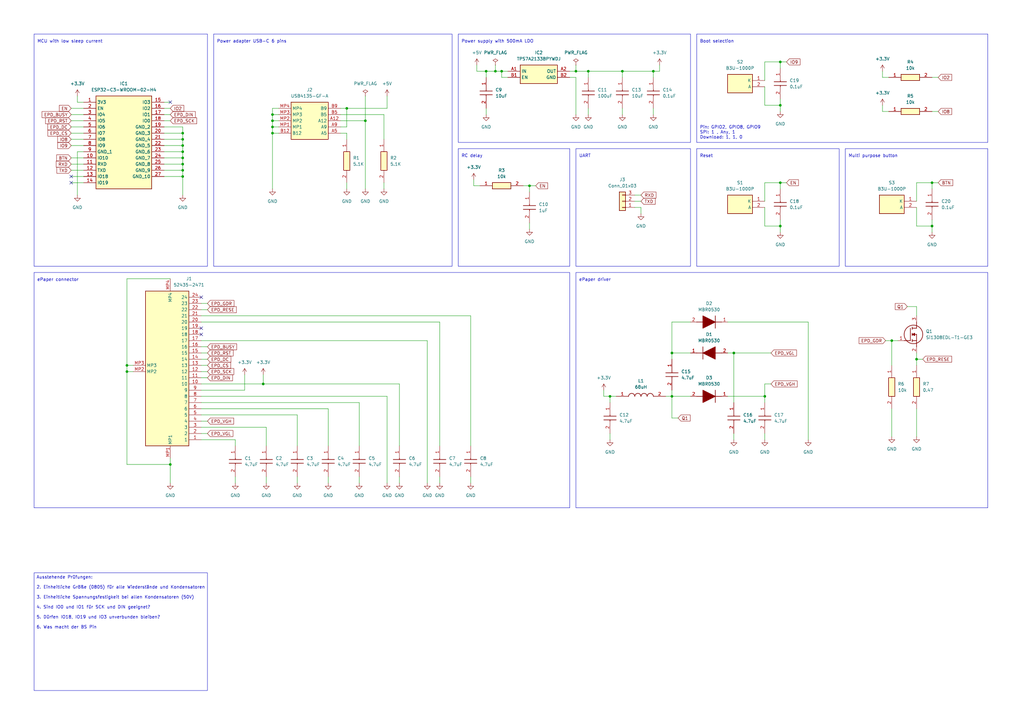
<source format=kicad_sch>
(kicad_sch (version 20230121) (generator eeschema)
  (paper "A3")
  (title_block (title "Gulu_ESP32-C3_ePaper") (date "2024-01-27") (rev "1.0.0") (company "Github.com/Plaenkler"))
  (junction (at 250.19 162.56))
  (junction (at 111.76 52.07))
  (junction (at 203.2 29.21))
  (junction (at 149.86 49.53))
  (junction (at 255.27 29.21))
  (junction (at 74.93 69.85))
  (junction (at 241.3 29.21))
  (junction (at 74.93 72.39))
  (junction (at 365.76 139.7))
  (junction (at 52.07 149.86))
  (junction (at 199.39 29.21))
  (junction (at 320.04 43.18))
  (junction (at 275.59 162.56))
  (junction (at 205.74 29.21))
  (junction (at 267.97 29.21))
  (junction (at 313.69 162.56))
  (junction (at 300.99 144.78))
  (junction (at 320.04 74.93))
  (junction (at 74.93 59.69))
  (junction (at 74.93 67.31))
  (junction (at 382.27 92.71))
  (junction (at 74.93 62.23))
  (junction (at 69.85 190.5))
  (junction (at 217.17 76.2))
  (junction (at 382.27 74.93))
  (junction (at 107.95 157.48))
  (junction (at 74.93 57.15))
  (junction (at 111.76 49.53))
  (junction (at 52.07 152.4))
  (junction (at 375.92 147.32))
  (junction (at 111.76 46.99))
  (junction (at 320.04 25.4))
  (junction (at 74.93 64.77))
  (junction (at 275.59 144.78))
  (junction (at 74.93 54.61))
  (junction (at 236.22 29.21))
  (junction (at 111.76 54.61))
  (junction (at 142.24 44.45))
  (junction (at 320.04 92.71))
  (no_connect (at 82.55 134.62))
  (no_connect (at 29.21 74.93))
  (no_connect (at 82.55 137.16))
  (no_connect (at 29.21 72.39))
  (no_connect (at 69.85 41.91))
  (no_connect (at 82.55 121.92))
  (wire (pts (xy 313.69 43.18) (xy 320.04 43.18)))
  (wire (pts (xy 85.09 144.78) (xy 82.55 144.78)))
  (wire (pts (xy 29.21 49.53) (xy 34.29 49.53)))
  (wire (pts (xy 275.59 162.56) (xy 283.21 162.56)))
  (wire (pts (xy 74.93 62.23) (xy 74.93 64.77)))
  (wire (pts (xy 67.31 67.31) (xy 74.93 67.31)))
  (wire (pts (xy 313.69 157.48) (xy 313.69 162.56)))
  (wire (pts (xy 375.92 147.32) (xy 378.46 147.32)))
  (wire (pts (xy 139.7 46.99) (xy 157.48 46.99)))
  (wire (pts (xy 313.69 33.02) (xy 313.69 25.4)))
  (wire (pts (xy 361.95 29.21) (xy 361.95 31.75)))
  (wire (pts (xy 82.55 129.54) (xy 193.04 129.54)))
  (wire (pts (xy 320.04 74.93) (xy 322.58 74.93)))
  (wire (pts (xy 139.7 54.61) (xy 142.24 54.61)))
  (wire (pts (xy 29.21 72.39) (xy 34.29 72.39)))
  (wire (pts (xy 320.04 25.4) (xy 320.04 27.94)))
  (wire (pts (xy 34.29 41.91) (xy 31.75 41.91)))
  (wire (pts (xy 320.04 25.4) (xy 322.58 25.4)))
  (wire (pts (xy 149.86 49.53) (xy 149.86 77.47)))
  (wire (pts (xy 313.69 92.71) (xy 320.04 92.71)))
  (wire (pts (xy 217.17 76.2) (xy 217.17 78.74)))
  (wire (pts (xy 74.93 59.69) (xy 74.93 62.23)))
  (wire (pts (xy 275.59 171.45) (xy 278.13 171.45)))
  (wire (pts (xy 313.69 82.55) (xy 313.69 74.93)))
  (wire (pts (xy 180.34 195.58) (xy 180.34 198.12)))
  (wire (pts (xy 139.7 49.53) (xy 149.86 49.53)))
  (wire (pts (xy 300.99 144.78) (xy 316.23 144.78)))
  (wire (pts (xy 363.22 139.7) (xy 365.76 139.7)))
  (wire (pts (xy 67.31 44.45) (xy 69.85 44.45)))
  (wire (pts (xy 313.69 180.34) (xy 313.69 177.8)))
  (wire (pts (xy 255.27 29.21) (xy 255.27 31.75)))
  (wire (pts (xy 52.07 149.86) (xy 52.07 152.4)))
  (wire (pts (xy 67.31 54.61) (xy 74.93 54.61)))
  (wire (pts (xy 149.86 39.37) (xy 149.86 49.53)))
  (wire (pts (xy 85.09 152.4) (xy 82.55 152.4)))
  (wire (pts (xy 69.85 190.5) (xy 69.85 187.96)))
  (wire (pts (xy 82.55 165.1) (xy 147.32 165.1)))
  (wire (pts (xy 313.69 35.56) (xy 313.69 43.18)))
  (wire (pts (xy 298.45 162.56) (xy 313.69 162.56)))
  (wire (pts (xy 273.05 162.56) (xy 275.59 162.56)))
  (wire (pts (xy 199.39 29.21) (xy 199.39 31.75)))
  (wire (pts (xy 260.35 85.09) (xy 262.89 85.09)))
  (wire (pts (xy 111.76 49.53) (xy 111.76 52.07)))
  (wire (pts (xy 52.07 152.4) (xy 54.61 152.4)))
  (wire (pts (xy 247.65 160.02) (xy 247.65 162.56)))
  (wire (pts (xy 260.35 82.55) (xy 262.89 82.55)))
  (wire (pts (xy 320.04 74.93) (xy 320.04 77.47)))
  (wire (pts (xy 375.92 129.54) (xy 375.92 125.73)))
  (wire (pts (xy 111.76 44.45) (xy 111.76 46.99)))
  (wire (pts (xy 361.95 45.72) (xy 364.49 45.72)))
  (wire (pts (xy 313.69 25.4) (xy 320.04 25.4)))
  (wire (pts (xy 199.39 29.21) (xy 195.58 29.21)))
  (wire (pts (xy 111.76 49.53) (xy 114.3 49.53)))
  (wire (pts (xy 85.09 172.72) (xy 82.55 172.72)))
  (wire (pts (xy 270.51 29.21) (xy 270.51 26.67)))
  (wire (pts (xy 52.07 114.3) (xy 52.07 149.86)))
  (wire (pts (xy 320.04 92.71) (xy 320.04 90.17)))
  (wire (pts (xy 313.69 85.09) (xy 313.69 92.71)))
  (wire (pts (xy 205.74 31.75) (xy 205.74 29.21)))
  (wire (pts (xy 67.31 52.07) (xy 74.93 52.07)))
  (wire (pts (xy 31.75 62.23) (xy 31.75 80.01)))
  (wire (pts (xy 236.22 29.21) (xy 241.3 29.21)))
  (wire (pts (xy 382.27 92.71) (xy 382.27 90.17)))
  (wire (pts (xy 142.24 44.45) (xy 142.24 52.07)))
  (wire (pts (xy 300.99 177.8) (xy 300.99 180.34)))
  (wire (pts (xy 320.04 43.18) (xy 320.04 40.64)))
  (wire (pts (xy 69.85 114.3) (xy 52.07 114.3)))
  (wire (pts (xy 29.21 74.93) (xy 34.29 74.93)))
  (wire (pts (xy 236.22 31.75) (xy 233.68 31.75)))
  (wire (pts (xy 52.07 152.4) (xy 52.07 190.5)))
  (wire (pts (xy 82.55 167.64) (xy 134.62 167.64)))
  (wire (pts (xy 194.31 76.2) (xy 196.85 76.2)))
  (wire (pts (xy 365.76 139.7) (xy 365.76 149.86)))
  (wire (pts (xy 241.3 44.45) (xy 241.3 46.99)))
  (wire (pts (xy 267.97 44.45) (xy 267.97 46.99)))
  (wire (pts (xy 241.3 29.21) (xy 241.3 31.75)))
  (wire (pts (xy 107.95 157.48) (xy 163.83 157.48)))
  (wire (pts (xy 375.92 92.71) (xy 382.27 92.71)))
  (wire (pts (xy 109.22 195.58) (xy 109.22 198.12)))
  (wire (pts (xy 283.21 144.78) (xy 275.59 144.78)))
  (wire (pts (xy 217.17 76.2) (xy 219.71 76.2)))
  (wire (pts (xy 275.59 160.02) (xy 275.59 162.56)))
  (wire (pts (xy 111.76 52.07) (xy 111.76 54.61)))
  (wire (pts (xy 74.93 64.77) (xy 74.93 67.31)))
  (wire (pts (xy 175.26 139.7) (xy 175.26 198.12)))
  (wire (pts (xy 203.2 26.67) (xy 203.2 29.21)))
  (wire (pts (xy 157.48 74.93) (xy 157.48 77.47)))
  (wire (pts (xy 275.59 162.56) (xy 275.59 171.45)))
  (wire (pts (xy 199.39 44.45) (xy 199.39 46.99)))
  (wire (pts (xy 241.3 29.21) (xy 255.27 29.21)))
  (wire (pts (xy 29.21 57.15) (xy 34.29 57.15)))
  (wire (pts (xy 375.92 147.32) (xy 375.92 149.86)))
  (wire (pts (xy 52.07 149.86) (xy 54.61 149.86)))
  (wire (pts (xy 134.62 195.58) (xy 134.62 198.12)))
  (wire (pts (xy 320.04 92.71) (xy 320.04 95.25)))
  (wire (pts (xy 382.27 45.72) (xy 384.81 45.72)))
  (wire (pts (xy 236.22 31.75) (xy 236.22 46.99)))
  (wire (pts (xy 67.31 46.99) (xy 69.85 46.99)))
  (wire (pts (xy 382.27 74.93) (xy 384.81 74.93)))
  (wire (pts (xy 157.48 46.99) (xy 157.48 57.15)))
  (wire (pts (xy 283.21 132.08) (xy 275.59 132.08)))
  (wire (pts (xy 147.32 195.58) (xy 147.32 198.12)))
  (wire (pts (xy 158.75 162.56) (xy 158.75 198.12)))
  (wire (pts (xy 29.21 54.61) (xy 34.29 54.61)))
  (wire (pts (xy 252.73 162.56) (xy 250.19 162.56)))
  (wire (pts (xy 147.32 165.1) (xy 147.32 182.88)))
  (wire (pts (xy 121.92 195.58) (xy 121.92 198.12)))
  (wire (pts (xy 82.55 139.7) (xy 175.26 139.7)))
  (wire (pts (xy 85.09 124.46) (xy 82.55 124.46)))
  (wire (pts (xy 313.69 165.1) (xy 313.69 162.56)))
  (wire (pts (xy 247.65 162.56) (xy 250.19 162.56)))
  (wire (pts (xy 208.28 31.75) (xy 205.74 31.75)))
  (wire (pts (xy 365.76 139.7) (xy 368.3 139.7)))
  (wire (pts (xy 67.31 57.15) (xy 74.93 57.15)))
  (wire (pts (xy 67.31 41.91) (xy 69.85 41.91)))
  (wire (pts (xy 29.21 64.77) (xy 34.29 64.77)))
  (wire (pts (xy 67.31 64.77) (xy 74.93 64.77)))
  (wire (pts (xy 180.34 132.08) (xy 180.34 182.88)))
  (wire (pts (xy 382.27 92.71) (xy 382.27 95.25)))
  (wire (pts (xy 320.04 43.18) (xy 320.04 45.72)))
  (wire (pts (xy 361.95 43.18) (xy 361.95 45.72)))
  (wire (pts (xy 29.21 52.07) (xy 34.29 52.07)))
  (wire (pts (xy 82.55 180.34) (xy 96.52 180.34)))
  (wire (pts (xy 375.92 74.93) (xy 382.27 74.93)))
  (wire (pts (xy 233.68 29.21) (xy 236.22 29.21)))
  (wire (pts (xy 214.63 76.2) (xy 217.17 76.2)))
  (wire (pts (xy 109.22 175.26) (xy 109.22 182.88)))
  (wire (pts (xy 382.27 74.93) (xy 382.27 77.47)))
  (wire (pts (xy 85.09 177.8) (xy 82.55 177.8)))
  (wire (pts (xy 262.89 85.09) (xy 262.89 87.63)))
  (wire (pts (xy 82.55 170.18) (xy 121.92 170.18)))
  (wire (pts (xy 142.24 44.45) (xy 158.75 44.45)))
  (wire (pts (xy 260.35 80.01) (xy 262.89 80.01)))
  (wire (pts (xy 313.69 74.93) (xy 320.04 74.93)))
  (wire (pts (xy 74.93 72.39) (xy 74.93 80.01)))
  (wire (pts (xy 82.55 157.48) (xy 107.95 157.48)))
  (wire (pts (xy 236.22 26.67) (xy 236.22 29.21)))
  (wire (pts (xy 67.31 72.39) (xy 74.93 72.39)))
  (wire (pts (xy 255.27 29.21) (xy 267.97 29.21)))
  (wire (pts (xy 193.04 129.54) (xy 193.04 182.88)))
  (wire (pts (xy 82.55 162.56) (xy 158.75 162.56)))
  (wire (pts (xy 275.59 144.78) (xy 275.59 147.32)))
  (wire (pts (xy 85.09 147.32) (xy 82.55 147.32)))
  (wire (pts (xy 142.24 54.61) (xy 142.24 57.15)))
  (wire (pts (xy 85.09 142.24) (xy 82.55 142.24)))
  (wire (pts (xy 375.92 144.78) (xy 375.92 147.32)))
  (wire (pts (xy 300.99 165.1) (xy 300.99 144.78)))
  (wire (pts (xy 193.04 195.58) (xy 193.04 198.12)))
  (wire (pts (xy 29.21 69.85) (xy 34.29 69.85)))
  (wire (pts (xy 67.31 62.23) (xy 74.93 62.23)))
  (wire (pts (xy 375.92 82.55) (xy 375.92 74.93)))
  (wire (pts (xy 267.97 29.21) (xy 267.97 31.75)))
  (wire (pts (xy 67.31 69.85) (xy 74.93 69.85)))
  (wire (pts (xy 74.93 57.15) (xy 74.93 59.69)))
  (wire (pts (xy 163.83 195.58) (xy 163.83 198.12)))
  (wire (pts (xy 382.27 31.75) (xy 384.81 31.75)))
  (wire (pts (xy 375.92 85.09) (xy 375.92 92.71)))
  (wire (pts (xy 134.62 167.64) (xy 134.62 182.88)))
  (wire (pts (xy 111.76 54.61) (xy 114.3 54.61)))
  (wire (pts (xy 372.11 125.73) (xy 375.92 125.73)))
  (wire (pts (xy 139.7 52.07) (xy 142.24 52.07)))
  (wire (pts (xy 82.55 160.02) (xy 100.33 160.02)))
  (wire (pts (xy 34.29 62.23) (xy 31.75 62.23)))
  (wire (pts (xy 158.75 39.37) (xy 158.75 44.45)))
  (wire (pts (xy 275.59 132.08) (xy 275.59 144.78)))
  (wire (pts (xy 82.55 175.26) (xy 109.22 175.26)))
  (wire (pts (xy 250.19 177.8) (xy 250.19 180.34)))
  (wire (pts (xy 69.85 190.5) (xy 69.85 198.12)))
  (wire (pts (xy 74.93 54.61) (xy 74.93 57.15)))
  (wire (pts (xy 85.09 127) (xy 82.55 127)))
  (wire (pts (xy 205.74 29.21) (xy 208.28 29.21)))
  (wire (pts (xy 100.33 153.67) (xy 100.33 160.02)))
  (wire (pts (xy 82.55 132.08) (xy 180.34 132.08)))
  (wire (pts (xy 111.76 46.99) (xy 114.3 46.99)))
  (wire (pts (xy 298.45 132.08) (xy 331.47 132.08)))
  (wire (pts (xy 121.92 170.18) (xy 121.92 182.88)))
  (wire (pts (xy 29.21 59.69) (xy 34.29 59.69)))
  (wire (pts (xy 85.09 149.86) (xy 82.55 149.86)))
  (wire (pts (xy 255.27 44.45) (xy 255.27 46.99)))
  (wire (pts (xy 96.52 180.34) (xy 96.52 182.88)))
  (wire (pts (xy 194.31 73.66) (xy 194.31 76.2)))
  (wire (pts (xy 85.09 154.94) (xy 82.55 154.94)))
  (wire (pts (xy 74.93 52.07) (xy 74.93 54.61)))
  (wire (pts (xy 199.39 29.21) (xy 203.2 29.21)))
  (wire (pts (xy 29.21 46.99) (xy 34.29 46.99)))
  (wire (pts (xy 163.83 157.48) (xy 163.83 182.88)))
  (wire (pts (xy 203.2 29.21) (xy 205.74 29.21)))
  (wire (pts (xy 111.76 54.61) (xy 111.76 77.47)))
  (wire (pts (xy 111.76 46.99) (xy 111.76 49.53)))
  (wire (pts (xy 67.31 59.69) (xy 74.93 59.69)))
  (wire (pts (xy 365.76 167.64) (xy 365.76 179.07)))
  (wire (pts (xy 217.17 91.44) (xy 217.17 93.98)))
  (wire (pts (xy 114.3 44.45) (xy 111.76 44.45)))
  (wire (pts (xy 96.52 195.58) (xy 96.52 198.12)))
  (wire (pts (xy 267.97 29.21) (xy 270.51 29.21)))
  (wire (pts (xy 250.19 162.56) (xy 250.19 165.1)))
  (wire (pts (xy 31.75 39.37) (xy 31.75 41.91)))
  (wire (pts (xy 74.93 67.31) (xy 74.93 69.85)))
  (wire (pts (xy 331.47 132.08) (xy 331.47 180.34)))
  (wire (pts (xy 67.31 49.53) (xy 69.85 49.53)))
  (wire (pts (xy 316.23 157.48) (xy 313.69 157.48)))
  (wire (pts (xy 52.07 190.5) (xy 69.85 190.5)))
  (wire (pts (xy 195.58 29.21) (xy 195.58 26.67)))
  (wire (pts (xy 298.45 144.78) (xy 300.99 144.78)))
  (wire (pts (xy 74.93 69.85) (xy 74.93 72.39)))
  (wire (pts (xy 107.95 153.67) (xy 107.95 157.48)))
  (wire (pts (xy 29.21 44.45) (xy 34.29 44.45)))
  (wire (pts (xy 142.24 74.93) (xy 142.24 77.47)))
  (wire (pts (xy 111.76 52.07) (xy 114.3 52.07)))
  (wire (pts (xy 361.95 31.75) (xy 364.49 31.75)))
  (wire (pts (xy 139.7 44.45) (xy 142.24 44.45)))
  (wire (pts (xy 29.21 67.31) (xy 34.29 67.31)))
  (wire (pts (xy 375.92 167.64) (xy 375.92 179.07)))
  (rectangle (start 187.96 60.96) (end 233.68 109.22))
  (rectangle (start 187.96 13.97) (end 283.21 58.42))
  (rectangle (start 346.71 60.96) (end 405.13 109.22))
  (rectangle (start 13.97 13.97) (end 85.09 109.22))
  (rectangle (start 13.97 111.76) (end 233.68 208.28))
  (rectangle (start 285.75 60.96) (end 344.17 109.22))
  (rectangle (start 87.63 13.97) (end 185.42 109.22))
  (rectangle (start 236.22 60.96) (end 283.21 109.22))
  (rectangle (start 236.22 111.76) (end 405.13 208.28))
  (rectangle (start 285.75 13.97) (end 405.13 58.42))
  (text_box "Ausstehende Prüfungen:\n\n2. Einheitliche Größe (0805) für alle Wiederstände und Kondensatoren\n\n3. Einheitliche Spannungsfestigkeit bei allen Kondensatoren (50V)\n\n4. Sind IO0 und IO1 für SCK und DIN geeignet?\n\n5. Dürfen IO18, IO19 und IO3 unverbunden bleiben?\n\n6. Was macht der BS Pin" (at 13.97 234.95 0) (size 71.12 48.26) (effects (font (size 1.27 1.27)) (justify left top)))
  (text "ePaper connector" (at 15.24 115.57 0) (effects (font (size 1.27 1.27)) (justify left bottom)))
  (text "Power supply with 500mA LDO" (at 189.23 17.78 0) (effects (font (size 1.27 1.27)) (justify left bottom)))
  (text "Multi purpose button" (at 347.98 64.77 0) (effects (font (size 1.27 1.27)) (justify left bottom)))
  (text "MCU with low sleep current" (at 15.24 17.78 0) (effects (font (size 1.27 1.27)) (justify left bottom)))
  (text "RC delay" (at 189.23 64.77 0) (effects (font (size 1.27 1.27)) (justify left bottom)))
  (text "Reset" (at 287.02 64.77 0) (effects (font (size 1.27 1.27)) (justify left bottom)))
  (text "UART" (at 237.49 64.77 0) (effects (font (size 1.27 1.27)) (justify left bottom)))
  (text "Boot selection" (at 287.02 17.78 0) (effects (font (size 1.27 1.27)) (justify left bottom)))
  (text "Pin: GPIO2, GPIO8, GPIO9\nSPI: 1 , Any, 1\nDownload: 1, 1, 0" (at 287.02 57.15 0) (effects (font (size 1.27 1.27)) (justify left bottom)))
  (text "ePaper driver" (at 237.49 115.57 0) (effects (font (size 1.27 1.27)) (justify left bottom)))
  (text "Power adapter USB-C 6 pins" (at 88.9 17.78 0) (effects (font (size 1.27 1.27)) (justify left bottom)))
  (global_label "RXD" (shape input) (at 262.89 80.01 0) (property "Intersheetrefs" "${INTERSHEET_REFS}" (effects hide)))
  (global_label "IO9" (shape input) (at 29.21 59.69 180) (property "Intersheetrefs" "${INTERSHEET_REFS}" (effects hide)))
  (global_label "IO2" (shape input) (at 69.85 44.45 0) (property "Intersheetrefs" "${INTERSHEET_REFS}" (effects hide)))
  (global_label "TXD" (shape input) (at 262.89 82.55 0) (property "Intersheetrefs" "${INTERSHEET_REFS}" (effects hide)))
  (global_label "EPD_DC" (shape input) (at 85.09 147.32 0) (property "Intersheetrefs" "${INTERSHEET_REFS}" (effects hide)))
  (global_label "EPD_RESE" (shape input) (at 85.09 127 0) (property "Intersheetrefs" "${INTERSHEET_REFS}" (effects hide)))
  (global_label "EPD_RST" (shape input) (at 29.21 49.53 180) (property "Intersheetrefs" "${INTERSHEET_REFS}" (effects hide)))
  (global_label "EPD_VGH" (shape input) (at 316.23 157.48 0) (property "Intersheetrefs" "${INTERSHEET_REFS}" (effects hide)))
  (global_label "EN" (shape input) (at 29.21 44.45 180) (property "Intersheetrefs" "${INTERSHEET_REFS}" (effects hide)))
  (global_label "BTN" (shape input) (at 384.81 74.93 0) (property "Intersheetrefs" "${INTERSHEET_REFS}" (effects hide)))
  (global_label "EPD_SCK" (shape input) (at 69.85 49.53 0) (property "Intersheetrefs" "${INTERSHEET_REFS}" (effects hide)))
  (global_label "EPD_VGL" (shape input) (at 316.23 144.78 0) (property "Intersheetrefs" "${INTERSHEET_REFS}" (effects hide)))
  (global_label "EN" (shape input) (at 219.71 76.2 0) (property "Intersheetrefs" "${INTERSHEET_REFS}" (effects hide)))
  (global_label "TXD" (shape input) (at 29.21 69.85 180) (property "Intersheetrefs" "${INTERSHEET_REFS}" (effects hide)))
  (global_label "EPD_GDR" (shape input) (at 85.09 124.46 0) (property "Intersheetrefs" "${INTERSHEET_REFS}" (effects hide)))
  (global_label "EPD_RESE" (shape input) (at 378.46 147.32 0) (property "Intersheetrefs" "${INTERSHEET_REFS}" (effects hide)))
  (global_label "EPD_RST" (shape input) (at 85.09 144.78 0) (property "Intersheetrefs" "${INTERSHEET_REFS}" (effects hide)))
  (global_label "EPD_VGL" (shape input) (at 85.09 177.8 0) (property "Intersheetrefs" "${INTERSHEET_REFS}" (effects hide)))
  (global_label "EPD_SCK" (shape input) (at 85.09 152.4 0) (property "Intersheetrefs" "${INTERSHEET_REFS}" (effects hide)))
  (global_label "EN" (shape input) (at 322.58 74.93 0) (property "Intersheetrefs" "${INTERSHEET_REFS}" (effects hide)))
  (global_label "EPD_DC" (shape input) (at 29.21 52.07 180) (property "Intersheetrefs" "${INTERSHEET_REFS}" (effects hide)))
  (global_label "EPD_VGH" (shape input) (at 85.09 172.72 0) (property "Intersheetrefs" "${INTERSHEET_REFS}" (effects hide)))
  (global_label "EPD_DIN" (shape input) (at 85.09 154.94 0) (property "Intersheetrefs" "${INTERSHEET_REFS}" (effects hide)))
  (global_label "EPD_BUSY" (shape input) (at 29.21 46.99 180) (property "Intersheetrefs" "${INTERSHEET_REFS}" (effects hide)))
  (global_label "IO8" (shape input) (at 384.81 45.72 0) (property "Intersheetrefs" "${INTERSHEET_REFS}" (effects hide)))
  (global_label "EPD_CS" (shape input) (at 29.21 54.61 180) (property "Intersheetrefs" "${INTERSHEET_REFS}" (effects hide)))
  (global_label "EPD_BUSY" (shape input) (at 85.09 142.24 0) (property "Intersheetrefs" "${INTERSHEET_REFS}" (effects hide)))
  (global_label "RXD" (shape input) (at 29.21 67.31 180) (property "Intersheetrefs" "${INTERSHEET_REFS}" (effects hide)))
  (global_label "Q1" (shape input) (at 278.13 171.45 0) (property "Intersheetrefs" "${INTERSHEET_REFS}" (effects hide)))
  (global_label "Q1" (shape input) (at 372.11 125.73 180) (property "Intersheetrefs" "${INTERSHEET_REFS}" (effects hide)))
  (global_label "IO2" (shape input) (at 384.81 31.75 0) (property "Intersheetrefs" "${INTERSHEET_REFS}" (effects hide)))
  (global_label "BTN" (shape input) (at 29.21 64.77 180) (property "Intersheetrefs" "${INTERSHEET_REFS}" (effects hide)))
  (global_label "EPD_DIN" (shape input) (at 69.85 46.99 0) (property "Intersheetrefs" "${INTERSHEET_REFS}" (effects hide)))
  (global_label "IO9" (shape input) (at 322.58 25.4 0) (property "Intersheetrefs" "${INTERSHEET_REFS}" (effects hide)))
  (global_label "EPD_CS" (shape input) (at 85.09 149.86 0) (property "Intersheetrefs" "${INTERSHEET_REFS}" (effects hide)))
  (global_label "EPD_GDR" (shape input) (at 363.22 139.7 180) (property "Intersheetrefs" "${INTERSHEET_REFS}" (effects hide)))
  (global_label "IO8" (shape input) (at 29.21 57.15 180) (property "Intersheetrefs" "${INTERSHEET_REFS}" (effects hide)))
  (symbol (lib_id "SamacSys_Parts:MBR0530") (at 283.21 144.78 0) (unit 1)
    (property "Reference" "D1" (at 290.83 137.16 0))
    (property "Value" "MBR0530" (at 290.83 139.7 0))
    (property "Footprint" "SOD3716X135N" (effects hide))
    (property "Datasheet" "http://www.onsemi.com/pub/Collateral/MBR0530T1-D.PDF" (effects hide))
    (property "Height" "1.35" (effects hide))
    (property "Mouser Part Number" "512-MBR0530" (effects hide))
    (property "Mouser Price/Stock" "https://www.mouser.co.uk/ProductDetail/onsemi-Fairchild/MBR0530?qs=VOMQJJE%252BBNniwJKcE3T43Q%3D%3D" (effects hide))
    (property "Manufacturer_Name" "onsemi" (effects hide))
    (property "Manufacturer_Part_Number" "MBR0530" (effects hide))
  )
  (symbol (lib_id "power:GND") (at 262.89 87.63 0) (unit 1)
    (property "Reference" "#PWR031" (effects hide))
    (property "Value" "GND" (at 262.89 92.71 0))
  )
  (symbol (lib_id "SamacSys_Parts:GRM21BR60J107ME15K") (at 241.3 31.75 270) (unit 1)
    (property "Reference" "C11" (at 245.11 36.83 90) (effects (justify left)))
    (property "Value" "100uF" (at 245.11 39.37 90) (effects (justify left)))
    (property "Footprint" "CAPC2012X145N" (effects hide))
    (property "Datasheet" "http://www.murata.com/~/media/webrenewal/support/library/catalog/products/capacitor/mlcc/c02e.pdf" (effects hide))
    (property "Height" "1.45" (effects hide))
    (property "Mouser Part Number" "81-GRM21BR60J107ME5K" (effects hide))
    (property "Mouser Price/Stock" "https://www.mouser.co.uk/ProductDetail/Murata-Electronics/GRM21BR60J107ME15K?qs=Ey7%2FXF42M3ey7cnxiIYXug%3D%3D" (effects hide))
    (property "Manufacturer_Name" "Murata Electronics" (effects hide))
    (property "Manufacturer_Part_Number" "GRM21BR60J107ME15K" (effects hide))
  )
  (symbol (lib_id "power:+5V") (at 158.75 39.37 0) (unit 1)
    (property "Reference" "#PWR016" (effects hide))
    (property "Value" "+5V" (at 158.75 34.29 0))
  )
  (symbol (lib_id "power:GND") (at 109.22 198.12 0) (unit 1)
    (property "Reference" "#PWR08" (effects hide))
    (property "Value" "GND" (at 109.22 203.2 0))
  )
  (symbol (lib_id "power:GND") (at 236.22 46.99 0) (unit 1)
    (property "Reference" "#PWR026" (effects hide))
    (property "Value" "GND" (at 236.22 52.07 0))
  )
  (symbol (lib_id "SamacSys_Parts:C0603C106M8PAC7411") (at 199.39 31.75 270) (unit 1)
    (property "Reference" "C9" (at 203.2 36.83 90) (effects (justify left)))
    (property "Value" "10uF" (at 203.2 39.37 90) (effects (justify left)))
    (property "Footprint" "C0603" (effects hide))
    (property "Datasheet" "https://content.kemet.com/datasheets/KEM_C1006_X5R_SMD.pdf" (effects hide))
    (property "Height" "0.87" (effects hide))
    (property "Mouser Part Number" "80-C0603C106M8PLR" (effects hide))
    (property "Mouser Price/Stock" "https://www.mouser.co.uk/ProductDetail/KEMET/C0603C106M8PAC7411?qs=u4fy%2FsgLU9O92fkz0XEZeg%3D%3D" (effects hide))
    (property "Manufacturer_Name" "KEMET" (effects hide))
    (property "Manufacturer_Part_Number" "C0603C106M8PAC7411" (effects hide))
  )
  (symbol (lib_id "power:GND") (at 255.27 46.99 0) (unit 1)
    (property "Reference" "#PWR030" (effects hide))
    (property "Value" "GND" (at 255.27 52.07 0))
  )
  (symbol (lib_id "power:+3.3V") (at 107.95 153.67 0) (unit 1)
    (property "Reference" "#PWR07" (effects hide))
    (property "Value" "+3.3V" (at 107.95 148.59 0))
  )
  (symbol (lib_id "power:GND") (at 193.04 198.12 0) (unit 1)
    (property "Reference" "#PWR021" (effects hide))
    (property "Value" "GND" (at 193.04 203.2 0))
  )
  (symbol (lib_id "SamacSys_Parts:GRT21BC71H475KE13L") (at 109.22 182.88 270) (unit 1)
    (property "Reference" "C2" (at 113.03 187.96 90) (effects (justify left)))
    (property "Value" "4.7uF" (at 113.03 190.5 90) (effects (justify left)))
    (property "Footprint" "CAPC2012X145N" (effects hide))
    (property "Datasheet" "https://search.murata.co.jp/Ceramy/image/img/A01X/G101/ENG/GRT21BC71H475KE13-01.pdf" (effects hide))
    (property "Height" "1.45" (effects hide))
    (property "Mouser Part Number" "81-GRT21BC71H475KE3L" (effects hide))
    (property "Mouser Price/Stock" "https://www.mouser.co.uk/ProductDetail/Murata-Electronics/GRT21BC71H475KE13L?qs=rI7uf1IzohQrtwc9u30k7A%3D%3D" (effects hide))
    (property "Manufacturer_Name" "Murata Electronics" (effects hide))
    (property "Manufacturer_Part_Number" "GRT21BC71H475KE13L" (effects hide))
  )
  (symbol (lib_id "power:GND") (at 96.52 198.12 0) (unit 1)
    (property "Reference" "#PWR05" (effects hide))
    (property "Value" "GND" (at 96.52 203.2 0))
  )
  (symbol (lib_id "SamacSys_Parts:ERJ-UP3D1002V") (at 365.76 149.86 270) (unit 1)
    (property "Reference" "R6" (at 369.57 157.48 90))
    (property "Value" "10k" (at 368.3 160.02 90) (effects (justify left)))
    (property "Footprint" "ERJUP3" (effects hide))
    (property "Datasheet" "https://industrial.panasonic.com/cdbs/www-data/pdf/RDP0000/AOA0000C337.pdf" (effects hide))
    (property "Height" "0.55" (effects hide))
    (property "Mouser Part Number" "667-ERJ-UP3D1002V" (effects hide))
    (property "Mouser Price/Stock" "https://www.mouser.co.uk/ProductDetail/Panasonic/ERJ-UP3D1002V?qs=GedFDFLaBXG0rXdivcxCBw%3D%3D" (effects hide))
    (property "Manufacturer_Name" "Panasonic" (effects hide))
    (property "Manufacturer_Part_Number" "ERJ-UP3D1002V" (effects hide))
  )
  (symbol (lib_id "power:GND") (at 267.97 46.99 0) (unit 1)
    (property "Reference" "#PWR032" (effects hide))
    (property "Value" "GND" (at 267.97 52.07 0))
  )
  (symbol (lib_id "power:GND") (at 31.75 80.01 0) (unit 1)
    (property "Reference" "#PWR02" (effects hide))
    (property "Value" "GND" (at 31.75 85.09 0))
  )
  (symbol (lib_id "power:GND") (at 157.48 77.47 0) (unit 1)
    (property "Reference" "#PWR015" (effects hide))
    (property "Value" "GND" (at 157.48 82.55 0))
  )
  (symbol (lib_id "SamacSys_Parts:GRT21BC71H475KE13L") (at 121.92 182.88 270) (unit 1)
    (property "Reference" "C3" (at 125.73 187.96 90) (effects (justify left)))
    (property "Value" "4.7uF" (at 125.73 190.5 90) (effects (justify left)))
    (property "Footprint" "CAPC2012X145N" (effects hide))
    (property "Datasheet" "https://search.murata.co.jp/Ceramy/image/img/A01X/G101/ENG/GRT21BC71H475KE13-01.pdf" (effects hide))
    (property "Height" "1.45" (effects hide))
    (property "Mouser Part Number" "81-GRT21BC71H475KE3L" (effects hide))
    (property "Mouser Price/Stock" "https://www.mouser.co.uk/ProductDetail/Murata-Electronics/GRT21BC71H475KE13L?qs=rI7uf1IzohQrtwc9u30k7A%3D%3D" (effects hide))
    (property "Manufacturer_Name" "Murata Electronics" (effects hide))
    (property "Manufacturer_Part_Number" "GRT21BC71H475KE13L" (effects hide))
  )
  (symbol (lib_id "power:+3.3V") (at 100.33 153.67 0) (unit 1)
    (property "Reference" "#PWR06" (effects hide))
    (property "Value" "+3.3V" (at 100.33 148.59 0))
  )
  (symbol (lib_id "power:GND") (at 142.24 77.47 0) (unit 1)
    (property "Reference" "#PWR012" (effects hide))
    (property "Value" "GND" (at 142.24 82.55 0))
  )
  (symbol (lib_id "power:+3.3V") (at 247.65 160.02 0) (unit 1)
    (property "Reference" "#PWR028" (effects hide))
    (property "Value" "+3.3V" (at 247.65 154.94 0))
  )
  (symbol (lib_id "power:GND") (at 365.76 179.07 0) (unit 1)
    (property "Reference" "#PWR041" (effects hide))
    (property "Value" "GND" (at 365.76 184.15 0))
  )
  (symbol (lib_id "SamacSys_Parts:TPS7A2133BPYWDJ") (at 208.28 29.21 0) (unit 1)
    (property "Reference" "IC2" (at 220.98 21.59 0))
    (property "Value" "TPS7A2133BPYWDJ" (at 220.98 24.13 0))
    (property "Footprint" "TPS7A2133BPYWDJ" (effects hide))
    (property "Datasheet" "https://www.ti.com/general/docs/suppproductinfo.tsp?distId=26&gotoUrl=https://www.ti.com/lit/gpn/tps7a21" (effects hide))
    (property "Height" "0.3" (effects hide))
    (property "Mouser Part Number" "595-TPS7A2133BPYWDJ" (effects hide))
    (property "Mouser Price/Stock" "https://www.mouser.co.uk/ProductDetail/Texas-Instruments/TPS7A2133BPYWDJ?qs=amGC7iS6iy8eQMMX76cNEA%3D%3D" (effects hide))
    (property "Manufacturer_Name" "Texas Instruments" (effects hide))
    (property "Manufacturer_Part_Number" "TPS7A2133BPYWDJ" (effects hide))
  )
  (symbol (lib_id "power:PWR_FLAG") (at 236.22 26.67 0) (unit 1)
    (property "Reference" "#FLG03" (effects hide))
    (property "Value" "PWR_FLAG" (at 236.22 21.59 0))
  )
  (symbol (lib_id "power:GND") (at 382.27 95.25 0) (unit 1)
    (property "Reference" "#PWR043" (effects hide))
    (property "Value" "GND" (at 382.27 100.33 0))
  )
  (symbol (lib_id "SamacSys_Parts:MBR0530") (at 298.45 132.08 180) (unit 1)
    (property "Reference" "D2" (at 290.83 124.46 0))
    (property "Value" "MBR0530" (at 290.83 127 0))
    (property "Footprint" "SOD3716X135N" (effects hide))
    (property "Datasheet" "http://www.onsemi.com/pub/Collateral/MBR0530T1-D.PDF" (effects hide))
    (property "Height" "1.35" (effects hide))
    (property "Mouser Part Number" "512-MBR0530" (effects hide))
    (property "Mouser Price/Stock" "https://www.mouser.co.uk/ProductDetail/onsemi-Fairchild/MBR0530?qs=VOMQJJE%252BBNniwJKcE3T43Q%3D%3D" (effects hide))
    (property "Manufacturer_Name" "onsemi" (effects hide))
    (property "Manufacturer_Part_Number" "MBR0530" (effects hide))
  )
  (symbol (lib_id "power:GND") (at 331.47 180.34 0) (unit 1)
    (property "Reference" "#PWR038" (effects hide))
    (property "Value" "GND" (at 331.47 185.42 0))
  )
  (symbol (lib_id "power:+3.3V") (at 361.95 29.21 0) (unit 1)
    (property "Reference" "#PWR039" (effects hide))
    (property "Value" "+3.3V" (at 361.95 24.13 0))
  )
  (symbol (lib_id "SamacSys_Parts:GRT21BC71H475KE13L") (at 134.62 182.88 270) (unit 1)
    (property "Reference" "C4" (at 138.43 187.96 90) (effects (justify left)))
    (property "Value" "4.7uF" (at 138.43 190.5 90) (effects (justify left)))
    (property "Footprint" "CAPC2012X145N" (effects hide))
    (property "Datasheet" "https://search.murata.co.jp/Ceramy/image/img/A01X/G101/ENG/GRT21BC71H475KE13-01.pdf" (effects hide))
    (property "Height" "1.45" (effects hide))
    (property "Mouser Part Number" "81-GRT21BC71H475KE3L" (effects hide))
    (property "Mouser Price/Stock" "https://www.mouser.co.uk/ProductDetail/Murata-Electronics/GRT21BC71H475KE13L?qs=rI7uf1IzohQrtwc9u30k7A%3D%3D" (effects hide))
    (property "Manufacturer_Name" "Murata Electronics" (effects hide))
    (property "Manufacturer_Part_Number" "GRT21BC71H475KE13L" (effects hide))
  )
  (symbol (lib_id "SamacSys_Parts:C0603C104K1RACAUTO") (at 320.04 77.47 270) (unit 1)
    (property "Reference" "C18" (at 323.85 82.55 90) (effects (justify left)))
    (property "Value" "0.1uF" (at 323.85 85.09 90) (effects (justify left)))
    (property "Footprint" "CAPC1608X95N" (effects hide))
    (property "Datasheet" "https://connect.kemet.com:7667/gateway/IntelliData-ComponentDocumentation/1.0/download/specsheet/C0603C104K1RACAUTO" (effects hide))
    (property "Height" "0.95" (effects hide))
    (property "Mouser Part Number" "80-C0603C104K1RAUTO" (effects hide))
    (property "Mouser Price/Stock" "https://www.mouser.co.uk/ProductDetail/KEMET/C0603C104K1RACAUTO?qs=3Rah4i%252BhyCGTQ5uPNXtfZA%3D%3D" (effects hide))
    (property "Manufacturer_Name" "KEMET" (effects hide))
    (property "Manufacturer_Part_Number" "C0603C104K1RACAUTO" (effects hide))
  )
  (symbol (lib_id "SamacSys_Parts:Si1308EDL-T1-GE3") (at 368.3 139.7 0) (unit 1)
    (property "Reference" "Q1" (at 379.73 135.89 0) (effects (justify left)))
    (property "Value" "Si1308EDL-T1-GE3" (at 379.73 138.43 0) (effects (justify left)))
    (property "Footprint" "SOT65P210X110-3N" (effects hide))
    (property "Datasheet" "https://componentsearchengine.com/Datasheets/1/SI1308EDL-T1-GE3.pdf" (effects hide))
    (property "Height" "1.1" (effects hide))
    (property "Mouser Part Number" "78-SI1308EDL-T1-GE3" (effects hide))
    (property "Mouser Price/Stock" "https://www.mouser.co.uk/ProductDetail/Vishay-Semiconductors/SI1308EDL-T1-GE3?qs=bX1%252BNvsK%2FBramh9tgpOaEw%3D%3D" (effects hide))
    (property "Manufacturer_Name" "Vishay" (effects hide))
    (property "Manufacturer_Part_Number" "Si1308EDL-T1-GE3" (effects hide))
  )
  (symbol (lib_id "power:GND") (at 300.99 180.34 0) (unit 1)
    (property "Reference" "#PWR034" (effects hide))
    (property "Value" "GND" (at 300.99 185.42 0))
  )
  (symbol (lib_id "power:+3.3V") (at 31.75 39.37 0) (unit 1)
    (property "Reference" "#PWR01" (effects hide))
    (property "Value" "+3.3V" (at 31.75 34.29 0))
  )
  (symbol (lib_id "SamacSys_Parts:C0603C105K9RACTU") (at 217.17 78.74 270) (unit 1)
    (property "Reference" "C10" (at 220.98 83.82 90) (effects (justify left)))
    (property "Value" "1uF" (at 220.98 86.36 90) (effects (justify left)))
    (property "Footprint" "C0603" (effects hide))
    (property "Datasheet" "https://content.kemet.com/datasheets/KEM_C1002_X7R_SMD.pdf" (effects hide))
    (property "Height" "0.87" (effects hide))
    (property "Mouser Part Number" "80-C0603C105K9R" (effects hide))
    (property "Mouser Price/Stock" "https://www.mouser.co.uk/ProductDetail/KEMET/C0603C105K9RACTU?qs=Zh2ruSKDRuC5%252B3hlt5P%252BOg%3D%3D" (effects hide))
    (property "Manufacturer_Name" "KEMET" (effects hide))
    (property "Manufacturer_Part_Number" "C0603C105K9RACTU" (effects hide))
  )
  (symbol (lib_id "power:GND") (at 320.04 95.25 0) (unit 1)
    (property "Reference" "#PWR036" (effects hide))
    (property "Value" "GND" (at 320.04 100.33 0))
  )
  (symbol (lib_id "power:GND") (at 250.19 180.34 0) (unit 1)
    (property "Reference" "#PWR029" (effects hide))
    (property "Value" "GND" (at 250.19 185.42 0))
  )
  (symbol (lib_id "power:GND") (at 69.85 198.12 0) (unit 1)
    (property "Reference" "#PWR03" (effects hide))
    (property "Value" "GND" (at 69.85 203.2 0))
  )
  (symbol (lib_id "power:GND") (at 375.92 179.07 0) (unit 1)
    (property "Reference" "#PWR042" (effects hide))
    (property "Value" "GND" (at 375.92 184.15 0))
  )
  (symbol (lib_id "SamacSys_Parts:GRT21BC71H475KE13L") (at 163.83 182.88 270) (unit 1)
    (property "Reference" "C6" (at 167.64 187.96 90) (effects (justify left)))
    (property "Value" "4.7uF" (at 167.64 190.5 90) (effects (justify left)))
    (property "Footprint" "CAPC2012X145N" (effects hide))
    (property "Datasheet" "https://search.murata.co.jp/Ceramy/image/img/A01X/G101/ENG/GRT21BC71H475KE13-01.pdf" (effects hide))
    (property "Height" "1.45" (effects hide))
    (property "Mouser Part Number" "81-GRT21BC71H475KE3L" (effects hide))
    (property "Mouser Price/Stock" "https://www.mouser.co.uk/ProductDetail/Murata-Electronics/GRT21BC71H475KE13L?qs=rI7uf1IzohQrtwc9u30k7A%3D%3D" (effects hide))
    (property "Manufacturer_Name" "Murata Electronics" (effects hide))
    (property "Manufacturer_Part_Number" "GRT21BC71H475KE13L" (effects hide))
  )
  (symbol (lib_id "SamacSys_Parts:B3U-1000P") (at 313.69 85.09 180) (unit 1)
    (property "Reference" "S1" (at 303.53 74.93 0))
    (property "Value" "B3U-1000P" (at 303.53 77.47 0))
    (property "Footprint" "B3U-1000P" (effects hide))
    (property "Datasheet" "https://www.omron.com/ecb/products/pdf/en-b3u.pdf" (effects hide))
    (property "Mouser Part Number" "653-B3U-1000P" (effects hide))
    (property "Mouser Price/Stock" "https://www.mouser.co.uk/ProductDetail/Omron-Electronics/B3U-1000P?qs=AO7BQMcsEu4ip80xyf2FwA%3D%3D" (effects hide))
    (property "Manufacturer_Name" "Omron Electronics" (effects hide))
    (property "Manufacturer_Part_Number" "B3U-1000P" (effects hide))
  )
  (symbol (lib_id "SamacSys_Parts:C0603C104K1RACAUTO") (at 320.04 27.94 270) (unit 1)
    (property "Reference" "C19" (at 323.85 33.02 90) (effects (justify left)))
    (property "Value" "0.1uF" (at 323.85 35.56 90) (effects (justify left)))
    (property "Footprint" "CAPC1608X95N" (effects hide))
    (property "Datasheet" "https://connect.kemet.com:7667/gateway/IntelliData-ComponentDocumentation/1.0/download/specsheet/C0603C104K1RACAUTO" (effects hide))
    (property "Height" "0.95" (effects hide))
    (property "Mouser Part Number" "80-C0603C104K1RAUTO" (effects hide))
    (property "Mouser Price/Stock" "https://www.mouser.co.uk/ProductDetail/KEMET/C0603C104K1RACAUTO?qs=3Rah4i%252BhyCGTQ5uPNXtfZA%3D%3D" (effects hide))
    (property "Manufacturer_Name" "KEMET" (effects hide))
    (property "Manufacturer_Part_Number" "C0603C104K1RACAUTO" (effects hide))
  )
  (symbol (lib_id "SamacSys_Parts:ERJ-UP3D1002V") (at 196.85 76.2 0) (unit 1)
    (property "Reference" "R3" (at 205.74 69.85 0))
    (property "Value" "10k" (at 205.74 72.39 0))
    (property "Footprint" "ERJUP3" (effects hide))
    (property "Datasheet" "https://industrial.panasonic.com/cdbs/www-data/pdf/RDP0000/AOA0000C337.pdf" (effects hide))
    (property "Height" "0.55" (effects hide))
    (property "Mouser Part Number" "667-ERJ-UP3D1002V" (effects hide))
    (property "Mouser Price/Stock" "https://www.mouser.co.uk/ProductDetail/Panasonic/ERJ-UP3D1002V?qs=GedFDFLaBXG0rXdivcxCBw%3D%3D" (effects hide))
    (property "Manufacturer_Name" "Panasonic" (effects hide))
    (property "Manufacturer_Part_Number" "ERJ-UP3D1002V" (effects hide))
  )
  (symbol (lib_id "power:GND") (at 74.93 80.01 0) (unit 1)
    (property "Reference" "#PWR04" (effects hide))
    (property "Value" "GND" (at 74.93 85.09 0))
  )
  (symbol (lib_id "power:GND") (at 158.75 198.12 0) (unit 1)
    (property "Reference" "#PWR017" (effects hide))
    (property "Value" "GND" (at 158.75 203.2 0))
  )
  (symbol (lib_id "SamacSys_Parts:GRT21BC71H475KE13L") (at 147.32 182.88 270) (unit 1)
    (property "Reference" "C5" (at 151.13 187.96 90) (effects (justify left)))
    (property "Value" "4.7uF" (at 151.13 190.5 90) (effects (justify left)))
    (property "Footprint" "CAPC2012X145N" (effects hide))
    (property "Datasheet" "https://search.murata.co.jp/Ceramy/image/img/A01X/G101/ENG/GRT21BC71H475KE13-01.pdf" (effects hide))
    (property "Height" "1.45" (effects hide))
    (property "Mouser Part Number" "81-GRT21BC71H475KE3L" (effects hide))
    (property "Mouser Price/Stock" "https://www.mouser.co.uk/ProductDetail/Murata-Electronics/GRT21BC71H475KE13L?qs=rI7uf1IzohQrtwc9u30k7A%3D%3D" (effects hide))
    (property "Manufacturer_Name" "Murata Electronics" (effects hide))
    (property "Manufacturer_Part_Number" "GRT21BC71H475KE13L" (effects hide))
  )
  (symbol (lib_id "power:GND") (at 199.39 46.99 0) (unit 1)
    (property "Reference" "#PWR024" (effects hide))
    (property "Value" "GND" (at 199.39 52.07 0))
  )
  (symbol (lib_id "SamacSys_Parts:GRT21BC71H475KE13L") (at 300.99 165.1 270) (unit 1)
    (property "Reference" "C16" (at 304.8 170.18 90) (effects (justify left)))
    (property "Value" "4.7uF" (at 304.8 172.72 90) (effects (justify left)))
    (property "Footprint" "CAPC2012X145N" (effects hide))
    (property "Datasheet" "https://search.murata.co.jp/Ceramy/image/img/A01X/G101/ENG/GRT21BC71H475KE13-01.pdf" (effects hide))
    (property "Height" "1.45" (effects hide))
    (property "Mouser Part Number" "81-GRT21BC71H475KE3L" (effects hide))
    (property "Mouser Price/Stock" "https://www.mouser.co.uk/ProductDetail/Murata-Electronics/GRT21BC71H475KE13L?qs=rI7uf1IzohQrtwc9u30k7A%3D%3D" (effects hide))
    (property "Manufacturer_Name" "Murata Electronics" (effects hide))
    (property "Manufacturer_Part_Number" "GRT21BC71H475KE13L" (effects hide))
  )
  (symbol (lib_id "SamacSys_Parts:ERJ-UP3J512V") (at 142.24 57.15 270) (unit 1)
    (property "Reference" "R1" (at 144.78 64.77 90) (effects (justify left)))
    (property "Value" "5.1K" (at 144.78 67.31 90) (effects (justify left)))
    (property "Footprint" "ERJUP3" (effects hide))
    (property "Datasheet" "https://industrial.panasonic.com/cdbs/www-data/pdf/RDP0000/AOA0000C337.pdf" (effects hide))
    (property "Height" "0.55" (effects hide))
    (property "Mouser Part Number" "667-ERJ-UP3J512V" (effects hide))
    (property "Mouser Price/Stock" "https://www.mouser.co.uk/ProductDetail/Panasonic/ERJ-UP3J512V?qs=GedFDFLaBXHjTKcVkCAP1g%3D%3D" (effects hide))
    (property "Manufacturer_Name" "Panasonic" (effects hide))
    (property "Manufacturer_Part_Number" "ERJ-UP3J512V" (effects hide))
  )
  (symbol (lib_id "Connector_Generic:Conn_01x03") (at 255.27 82.55 180) (unit 1)
    (property "Reference" "J3" (at 255.27 73.66 0))
    (property "Value" "Conn_01x03" (at 255.27 76.2 0))
    (property "Footprint" "Connector_PinHeader_2.54mm:PinHeader_1x03_P2.54mm_Vertical" (effects hide))
  )
  (symbol (lib_id "SamacSys_Parts:USB4135-GF-A") (at 139.7 54.61 180) (unit 1)
    (property "Reference" "J2" (at 127 36.83 0))
    (property "Value" "USB4135-GF-A" (at 127 39.37 0))
    (property "Footprint" "USB4135GFA" (effects hide))
    (property "Height" "3.5" (effects hide))
    (property "Mouser Part Number" "640-USB4135-GF-A" (effects hide))
    (property "Mouser Price/Stock" "https://www.mouser.co.uk/ProductDetail/GCT/USB4135-GF-A?qs=Li%252BoUPsLEnt6HRo6RUvaXA%3D%3D" (effects hide))
    (property "Manufacturer_Name" "GCT (GLOBAL CONNECTOR TECHNOLOGY)" (effects hide))
    (property "Manufacturer_Part_Number" "USB4135-GF-A" (effects hide))
  )
  (symbol (lib_id "power:GND") (at 241.3 46.99 0) (unit 1)
    (property "Reference" "#PWR027" (effects hide))
    (property "Value" "GND" (at 241.3 52.07 0))
  )
  (symbol (lib_id "SamacSys_Parts:SRR1260-680M") (at 252.73 162.56 0) (unit 1)
    (property "Reference" "L1" (at 262.89 156.21 0))
    (property "Value" "68uH" (at 262.89 158.75 0))
    (property "Footprint" "INDPM125125X650N" (effects hide))
    (property "Datasheet" "https://componentsearchengine.com/Datasheets/2/SRR1260-680M.pdf" (effects hide))
    (property "Height" "6.5" (effects hide))
    (property "Mouser Part Number" "652-SRR1260-680M" (effects hide))
    (property "Mouser Price/Stock" "https://www.mouser.co.uk/ProductDetail/Bourns/SRR1260-680M?qs=meVWcSOgEr6IqR5KoVnPsw%3D%3D" (effects hide))
    (property "Manufacturer_Name" "Bourns" (effects hide))
    (property "Manufacturer_Part_Number" "SRR1260-680M" (effects hide))
  )
  (symbol (lib_id "SamacSys_Parts:C0603C106M8PAC7411") (at 255.27 31.75 270) (unit 1)
    (property "Reference" "C13" (at 259.08 36.83 90) (effects (justify left)))
    (property "Value" "10uF" (at 259.08 39.37 90) (effects (justify left)))
    (property "Footprint" "C0603" (effects hide))
    (property "Datasheet" "https://content.kemet.com/datasheets/KEM_C1006_X5R_SMD.pdf" (effects hide))
    (property "Height" "0.87" (effects hide))
    (property "Mouser Part Number" "80-C0603C106M8PLR" (effects hide))
    (property "Mouser Price/Stock" "https://www.mouser.co.uk/ProductDetail/KEMET/C0603C106M8PAC7411?qs=u4fy%2FsgLU9O92fkz0XEZeg%3D%3D" (effects hide))
    (property "Manufacturer_Name" "KEMET" (effects hide))
    (property "Manufacturer_Part_Number" "C0603C106M8PAC7411" (effects hide))
  )
  (symbol (lib_id "SamacSys_Parts:B3U-1000P") (at 313.69 35.56 180) (unit 1)
    (property "Reference" "S2" (at 303.53 25.4 0))
    (property "Value" "B3U-1000P" (at 303.53 27.94 0))
    (property "Footprint" "B3U-1000P" (effects hide))
    (property "Datasheet" "https://www.omron.com/ecb/products/pdf/en-b3u.pdf" (effects hide))
    (property "Mouser Part Number" "653-B3U-1000P" (effects hide))
    (property "Mouser Price/Stock" "https://www.mouser.co.uk/ProductDetail/Omron-Electronics/B3U-1000P?qs=AO7BQMcsEu4ip80xyf2FwA%3D%3D" (effects hide))
    (property "Manufacturer_Name" "Omron Electronics" (effects hide))
    (property "Manufacturer_Part_Number" "B3U-1000P" (effects hide))
  )
  (symbol (lib_id "SamacSys_Parts:52435-2471") (at 69.85 187.96 270) (mirror x) (unit 1)
    (property "Reference" "J1" (at 78.74 114.3 90) (effects (justify right)))
    (property "Value" "52435-2471" (at 83.82 116.84 90) (effects (justify right)))
    (property "Footprint" "524352471" (effects hide))
    (property "Datasheet" "https://www.molex.com/pdm_docs/sd/524352471_sd.pdf" (effects hide))
    (property "Height" "2.2" (effects hide))
    (property "Mouser Part Number" "538-52435-2471" (effects hide))
    (property "Mouser Price/Stock" "https://www.mouser.co.uk/ProductDetail/Molex/52435-2471?qs=uvlUoL4n1XCacQpF%2FFZzTg%3D%3D" (effects hide))
    (property "Manufacturer_Name" "Molex" (effects hide))
    (property "Manufacturer_Part_Number" "52435-2471" (effects hide))
  )
  (symbol (lib_id "SamacSys_Parts:ERJ-UP3D1002V") (at 364.49 31.75 0) (unit 1)
    (property "Reference" "R4" (at 373.38 25.4 0))
    (property "Value" "10k" (at 373.38 27.94 0))
    (property "Footprint" "ERJUP3" (effects hide))
    (property "Datasheet" "https://industrial.panasonic.com/cdbs/www-data/pdf/RDP0000/AOA0000C337.pdf" (effects hide))
    (property "Height" "0.55" (effects hide))
    (property "Mouser Part Number" "667-ERJ-UP3D1002V" (effects hide))
    (property "Mouser Price/Stock" "https://www.mouser.co.uk/ProductDetail/Panasonic/ERJ-UP3D1002V?qs=GedFDFLaBXG0rXdivcxCBw%3D%3D" (effects hide))
    (property "Manufacturer_Name" "Panasonic" (effects hide))
    (property "Manufacturer_Part_Number" "ERJ-UP3D1002V" (effects hide))
  )
  (symbol (lib_id "SamacSys_Parts:C0603C104K1RACAUTO") (at 382.27 77.47 270) (unit 1)
    (property "Reference" "C20" (at 386.08 82.55 90) (effects (justify left)))
    (property "Value" "0.1uF" (at 386.08 85.09 90) (effects (justify left)))
    (property "Footprint" "CAPC1608X95N" (effects hide))
    (property "Datasheet" "https://connect.kemet.com:7667/gateway/IntelliData-ComponentDocumentation/1.0/download/specsheet/C0603C104K1RACAUTO" (effects hide))
    (property "Height" "0.95" (effects hide))
    (property "Mouser Part Number" "80-C0603C104K1RAUTO" (effects hide))
    (property "Mouser Price/Stock" "https://www.mouser.co.uk/ProductDetail/KEMET/C0603C104K1RACAUTO?qs=3Rah4i%252BhyCGTQ5uPNXtfZA%3D%3D" (effects hide))
    (property "Manufacturer_Name" "KEMET" (effects hide))
    (property "Manufacturer_Part_Number" "C0603C104K1RACAUTO" (effects hide))
  )
  (symbol (lib_id "power:GND") (at 313.69 180.34 0) (unit 1)
    (property "Reference" "#PWR035" (effects hide))
    (property "Value" "GND" (at 313.69 185.42 0))
  )
  (symbol (lib_id "SamacSys_Parts:GRT21BC71H475KE13L") (at 96.52 182.88 270) (unit 1)
    (property "Reference" "C1" (at 100.33 187.96 90) (effects (justify left)))
    (property "Value" "4.7uF" (at 100.33 190.5 90) (effects (justify left)))
    (property "Footprint" "CAPC2012X145N" (effects hide))
    (property "Datasheet" "https://search.murata.co.jp/Ceramy/image/img/A01X/G101/ENG/GRT21BC71H475KE13-01.pdf" (effects hide))
    (property "Height" "1.45" (effects hide))
    (property "Mouser Part Number" "81-GRT21BC71H475KE3L" (effects hide))
    (property "Mouser Price/Stock" "https://www.mouser.co.uk/ProductDetail/Murata-Electronics/GRT21BC71H475KE13L?qs=rI7uf1IzohQrtwc9u30k7A%3D%3D" (effects hide))
    (property "Manufacturer_Name" "Murata Electronics" (effects hide))
    (property "Manufacturer_Part_Number" "GRT21BC71H475KE13L" (effects hide))
  )
  (symbol (lib_id "SamacSys_Parts:ERJ-UP3D1002V") (at 364.49 45.72 0) (unit 1)
    (property "Reference" "R5" (at 373.38 39.37 0))
    (property "Value" "10k" (at 373.38 41.91 0))
    (property "Footprint" "ERJUP3" (effects hide))
    (property "Datasheet" "https://industrial.panasonic.com/cdbs/www-data/pdf/RDP0000/AOA0000C337.pdf" (effects hide))
    (property "Height" "0.55" (effects hide))
    (property "Mouser Part Number" "667-ERJ-UP3D1002V" (effects hide))
    (property "Mouser Price/Stock" "https://www.mouser.co.uk/ProductDetail/Panasonic/ERJ-UP3D1002V?qs=GedFDFLaBXG0rXdivcxCBw%3D%3D" (effects hide))
    (property "Manufacturer_Name" "Panasonic" (effects hide))
    (property "Manufacturer_Part_Number" "ERJ-UP3D1002V" (effects hide))
  )
  (symbol (lib_id "power:+3.3V") (at 270.51 26.67 0) (unit 1)
    (property "Reference" "#PWR033" (effects hide))
    (property "Value" "+3.3V" (at 270.51 21.59 0))
  )
  (symbol (lib_id "power:PWR_FLAG") (at 203.2 26.67 0) (unit 1)
    (property "Reference" "#FLG02" (effects hide))
    (property "Value" "PWR_FLAG" (at 203.2 21.59 0))
  )
  (symbol (lib_id "power:+3.3V") (at 361.95 43.18 0) (unit 1)
    (property "Reference" "#PWR040" (effects hide))
    (property "Value" "+3.3V" (at 361.95 38.1 0))
  )
  (symbol (lib_id "power:+3.3V") (at 194.31 73.66 0) (unit 1)
    (property "Reference" "#PWR022" (effects hide))
    (property "Value" "+3.3V" (at 194.31 68.58 0))
  )
  (symbol (lib_id "power:GND") (at 180.34 198.12 0) (unit 1)
    (property "Reference" "#PWR020" (effects hide))
    (property "Value" "GND" (at 180.34 203.2 0))
  )
  (symbol (lib_id "power:GND") (at 111.76 77.47 0) (unit 1)
    (property "Reference" "#PWR09" (effects hide))
    (property "Value" "GND" (at 111.76 82.55 0))
  )
  (symbol (lib_id "SamacSys_Parts:GRT21BC71H475KE13L") (at 313.69 165.1 270) (unit 1)
    (property "Reference" "C17" (at 317.5 170.18 90) (effects (justify left)))
    (property "Value" "4.7uF" (at 317.5 172.72 90) (effects (justify left)))
    (property "Footprint" "CAPC2012X145N" (effects hide))
    (property "Datasheet" "https://search.murata.co.jp/Ceramy/image/img/A01X/G101/ENG/GRT21BC71H475KE13-01.pdf" (effects hide))
    (property "Height" "1.45" (effects hide))
    (property "Mouser Part Number" "81-GRT21BC71H475KE3L" (effects hide))
    (property "Mouser Price/Stock" "https://www.mouser.co.uk/ProductDetail/Murata-Electronics/GRT21BC71H475KE13L?qs=rI7uf1IzohQrtwc9u30k7A%3D%3D" (effects hide))
    (property "Manufacturer_Name" "Murata Electronics" (effects hide))
    (property "Manufacturer_Part_Number" "GRT21BC71H475KE13L" (effects hide))
  )
  (symbol (lib_id "SamacSys_Parts:ESP32-C3-WROOM-02-H4") (at 34.29 41.91 0) (unit 1)
    (property "Reference" "IC1" (at 50.8 34.29 0))
    (property "Value" "ESP32-C3-WROOM-02-H4" (at 50.8 36.83 0))
    (property "Footprint" "ESP32C3WROOM02H4" (effects hide))
    (property "Datasheet" "https://www.mouser.in/datasheet/2/891/Espressif_Systems_04082021_ESP32_C3_WROOM_02-2295851.pdf" (effects hide))
    (property "Height" "3.35" (effects hide))
    (property "Mouser Part Number" "356-ESP32C3WROOM02H4" (effects hide))
    (property "Mouser Price/Stock" "https://www.mouser.co.uk/ProductDetail/Espressif-Systems/ESP32-C3-WROOM-02-H4?qs=stqOd1AaK79%2FSA14oWtR%252Bw%3D%3D" (effects hide))
    (property "Manufacturer_Name" "Espressif Systems" (effects hide))
    (property "Manufacturer_Part_Number" "ESP32-C3-WROOM-02-H4" (effects hide))
  )
  (symbol (lib_id "SamacSys_Parts:B3U-1000P") (at 375.92 85.09 180) (unit 1)
    (property "Reference" "S3" (at 365.76 74.93 0))
    (property "Value" "B3U-1000P" (at 365.76 77.47 0))
    (property "Footprint" "B3U-1000P" (effects hide))
    (property "Datasheet" "https://www.omron.com/ecb/products/pdf/en-b3u.pdf" (effects hide))
    (property "Mouser Part Number" "653-B3U-1000P" (effects hide))
    (property "Mouser Price/Stock" "https://www.mouser.co.uk/ProductDetail/Omron-Electronics/B3U-1000P?qs=AO7BQMcsEu4ip80xyf2FwA%3D%3D" (effects hide))
    (property "Manufacturer_Name" "Omron Electronics" (effects hide))
    (property "Manufacturer_Part_Number" "B3U-1000P" (effects hide))
  )
  (symbol (lib_id "SamacSys_Parts:GRT21BC71H475KE13L") (at 275.59 147.32 270) (unit 1)
    (property "Reference" "C15" (at 279.4 152.4 90) (effects (justify left)))
    (property "Value" "4.7uF" (at 279.4 154.94 90) (effects (justify left)))
    (property "Footprint" "CAPC2012X145N" (effects hide))
    (property "Datasheet" "https://search.murata.co.jp/Ceramy/image/img/A01X/G101/ENG/GRT21BC71H475KE13-01.pdf" (effects hide))
    (property "Height" "1.45" (effects hide))
    (property "Mouser Part Number" "81-GRT21BC71H475KE3L" (effects hide))
    (property "Mouser Price/Stock" "https://www.mouser.co.uk/ProductDetail/Murata-Electronics/GRT21BC71H475KE13L?qs=rI7uf1IzohQrtwc9u30k7A%3D%3D" (effects hide))
    (property "Manufacturer_Name" "Murata Electronics" (effects hide))
    (property "Manufacturer_Part_Number" "GRT21BC71H475KE13L" (effects hide))
  )
  (symbol (lib_id "power:GND") (at 217.17 93.98 0) (unit 1)
    (property "Reference" "#PWR025" (effects hide))
    (property "Value" "GND" (at 217.17 99.06 0))
  )
  (symbol (lib_id "SamacSys_Parts:GRT21BC71H475KE13L") (at 193.04 182.88 270) (unit 1)
    (property "Reference" "C8" (at 196.85 187.96 90) (effects (justify left)))
    (property "Value" "4.7uF" (at 196.85 190.5 90) (effects (justify left)))
    (property "Footprint" "CAPC2012X145N" (effects hide))
    (property "Datasheet" "https://search.murata.co.jp/Ceramy/image/img/A01X/G101/ENG/GRT21BC71H475KE13-01.pdf" (effects hide))
    (property "Height" "1.45" (effects hide))
    (property "Mouser Part Number" "81-GRT21BC71H475KE3L" (effects hide))
    (property "Mouser Price/Stock" "https://www.mouser.co.uk/ProductDetail/Murata-Electronics/GRT21BC71H475KE13L?qs=rI7uf1IzohQrtwc9u30k7A%3D%3D" (effects hide))
    (property "Manufacturer_Name" "Murata Electronics" (effects hide))
    (property "Manufacturer_Part_Number" "GRT21BC71H475KE13L" (effects hide))
  )
  (symbol (lib_id "power:GND") (at 320.04 45.72 0) (unit 1)
    (property "Reference" "#PWR037" (effects hide))
    (property "Value" "GND" (at 320.04 50.8 0))
  )
  (symbol (lib_id "power:+5V") (at 195.58 26.67 0) (unit 1)
    (property "Reference" "#PWR023" (effects hide))
    (property "Value" "+5V" (at 195.58 21.59 0))
  )
  (symbol (lib_id "SamacSys_Parts:MBR0530") (at 298.45 162.56 180) (unit 1)
    (property "Reference" "D3" (at 290.83 154.94 0))
    (property "Value" "MBR0530" (at 290.83 157.48 0))
    (property "Footprint" "SOD3716X135N" (effects hide))
    (property "Datasheet" "http://www.onsemi.com/pub/Collateral/MBR0530T1-D.PDF" (effects hide))
    (property "Height" "1.35" (effects hide))
    (property "Mouser Part Number" "512-MBR0530" (effects hide))
    (property "Mouser Price/Stock" "https://www.mouser.co.uk/ProductDetail/onsemi-Fairchild/MBR0530?qs=VOMQJJE%252BBNniwJKcE3T43Q%3D%3D" (effects hide))
    (property "Manufacturer_Name" "onsemi" (effects hide))
    (property "Manufacturer_Part_Number" "MBR0530" (effects hide))
  )
  (symbol (lib_id "power:GND") (at 134.62 198.12 0) (unit 1)
    (property "Reference" "#PWR011" (effects hide))
    (property "Value" "GND" (at 134.62 203.2 0))
  )
  (symbol (lib_id "power:GND") (at 121.92 198.12 0) (unit 1)
    (property "Reference" "#PWR010" (effects hide))
    (property "Value" "GND" (at 121.92 203.2 0))
  )
  (symbol (lib_id "power:GND") (at 163.83 198.12 0) (unit 1)
    (property "Reference" "#PWR018" (effects hide))
    (property "Value" "GND" (at 163.83 203.2 0))
  )
  (symbol (lib_id "SamacSys_Parts:GRT21BC71H475KE13L") (at 250.19 165.1 270) (unit 1)
    (property "Reference" "C12" (at 254 170.18 90) (effects (justify left)))
    (property "Value" "4.7uF" (at 254 172.72 90) (effects (justify left)))
    (property "Footprint" "CAPC2012X145N" (effects hide))
    (property "Datasheet" "https://search.murata.co.jp/Ceramy/image/img/A01X/G101/ENG/GRT21BC71H475KE13-01.pdf" (effects hide))
    (property "Height" "1.45" (effects hide))
    (property "Mouser Part Number" "81-GRT21BC71H475KE3L" (effects hide))
    (property "Mouser Price/Stock" "https://www.mouser.co.uk/ProductDetail/Murata-Electronics/GRT21BC71H475KE13L?qs=rI7uf1IzohQrtwc9u30k7A%3D%3D" (effects hide))
    (property "Manufacturer_Name" "Murata Electronics" (effects hide))
    (property "Manufacturer_Part_Number" "GRT21BC71H475KE13L" (effects hide))
  )
  (symbol (lib_id "power:GND") (at 149.86 77.47 0) (unit 1)
    (property "Reference" "#PWR014" (effects hide))
    (property "Value" "GND" (at 149.86 82.55 0))
  )
  (symbol (lib_id "power:PWR_FLAG") (at 149.86 39.37 0) (unit 1)
    (property "Reference" "#FLG01" (effects hide))
    (property "Value" "PWR_FLAG" (at 149.86 34.29 0))
  )
  (symbol (lib_id "SamacSys_Parts:ERJ-UP3J512V") (at 157.48 57.15 270) (unit 1)
    (property "Reference" "R2" (at 160.02 64.77 90) (effects (justify left)))
    (property "Value" "5.1K" (at 160.02 67.31 90) (effects (justify left)))
    (property "Footprint" "ERJUP3" (effects hide))
    (property "Datasheet" "https://industrial.panasonic.com/cdbs/www-data/pdf/RDP0000/AOA0000C337.pdf" (effects hide))
    (property "Height" "0.55" (effects hide))
    (property "Mouser Part Number" "667-ERJ-UP3J512V" (effects hide))
    (property "Mouser Price/Stock" "https://www.mouser.co.uk/ProductDetail/Panasonic/ERJ-UP3J512V?qs=GedFDFLaBXHjTKcVkCAP1g%3D%3D" (effects hide))
    (property "Manufacturer_Name" "Panasonic" (effects hide))
    (property "Manufacturer_Part_Number" "ERJ-UP3J512V" (effects hide))
  )
  (symbol (lib_id "SamacSys_Parts:GRT21BC71H475KE13L") (at 180.34 182.88 270) (unit 1)
    (property "Reference" "C7" (at 184.15 187.96 90) (effects (justify left)))
    (property "Value" "4.7uF" (at 184.15 190.5 90) (effects (justify left)))
    (property "Footprint" "CAPC2012X145N" (effects hide))
    (property "Datasheet" "https://search.murata.co.jp/Ceramy/image/img/A01X/G101/ENG/GRT21BC71H475KE13-01.pdf" (effects hide))
    (property "Height" "1.45" (effects hide))
    (property "Mouser Part Number" "81-GRT21BC71H475KE3L" (effects hide))
    (property "Mouser Price/Stock" "https://www.mouser.co.uk/ProductDetail/Murata-Electronics/GRT21BC71H475KE13L?qs=rI7uf1IzohQrtwc9u30k7A%3D%3D" (effects hide))
    (property "Manufacturer_Name" "Murata Electronics" (effects hide))
    (property "Manufacturer_Part_Number" "GRT21BC71H475KE13L" (effects hide))
  )
  (symbol (lib_id "SamacSys_Parts:RCWL0805R470JNEA") (at 375.92 149.86 270) (unit 1)
    (property "Reference" "R7" (at 378.46 157.48 90) (effects (justify left)))
    (property "Value" "0.47" (at 378.46 160.02 90) (effects (justify left)))
    (property "Footprint" "RESC2012X50N" (effects hide))
    (property "Datasheet" "https://www.vishay.com/docs/20018/rcwl.pdf" (effects hide))
    (property "Height" "0.5" (effects hide))
    (property "Mouser Part Number" "71-RCWL0805R470JNEA" (effects hide))
    (property "Mouser Price/Stock" "https://www.mouser.co.uk/ProductDetail/Vishay-Dale/RCWL0805R470JNEA?qs=ul1mm0D2SAcNldo18zAElA%3D%3D" (effects hide))
    (property "Manufacturer_Name" "Vishay" (effects hide))
    (property "Manufacturer_Part_Number" "RCWL0805R470JNEA" (effects hide))
  )
  (symbol (lib_id "SamacSys_Parts:C0603C104K1RACAUTO") (at 267.97 31.75 270) (unit 1)
    (property "Reference" "C14" (at 271.78 36.83 90) (effects (justify left)))
    (property "Value" "0.1uF" (at 271.78 39.37 90) (effects (justify left)))
    (property "Footprint" "CAPC1608X95N" (effects hide))
    (property "Datasheet" "https://connect.kemet.com:7667/gateway/IntelliData-ComponentDocumentation/1.0/download/specsheet/C0603C104K1RACAUTO" (effects hide))
    (property "Height" "0.95" (effects hide))
    (property "Mouser Part Number" "80-C0603C104K1RAUTO" (effects hide))
    (property "Mouser Price/Stock" "https://www.mouser.co.uk/ProductDetail/KEMET/C0603C104K1RACAUTO?qs=3Rah4i%252BhyCGTQ5uPNXtfZA%3D%3D" (effects hide))
    (property "Manufacturer_Name" "KEMET" (effects hide))
    (property "Manufacturer_Part_Number" "C0603C104K1RACAUTO" (effects hide))
  )
  (symbol (lib_id "power:GND") (at 175.26 198.12 0) (unit 1)
    (property "Reference" "#PWR019" (effects hide))
    (property "Value" "GND" (at 175.26 203.2 0))
  )
  (symbol (lib_id "power:GND") (at 147.32 198.12 0) (unit 1)
    (property "Reference" "#PWR013" (effects hide))
    (property "Value" "GND" (at 147.32 203.2 0))
  )
)
</source>
